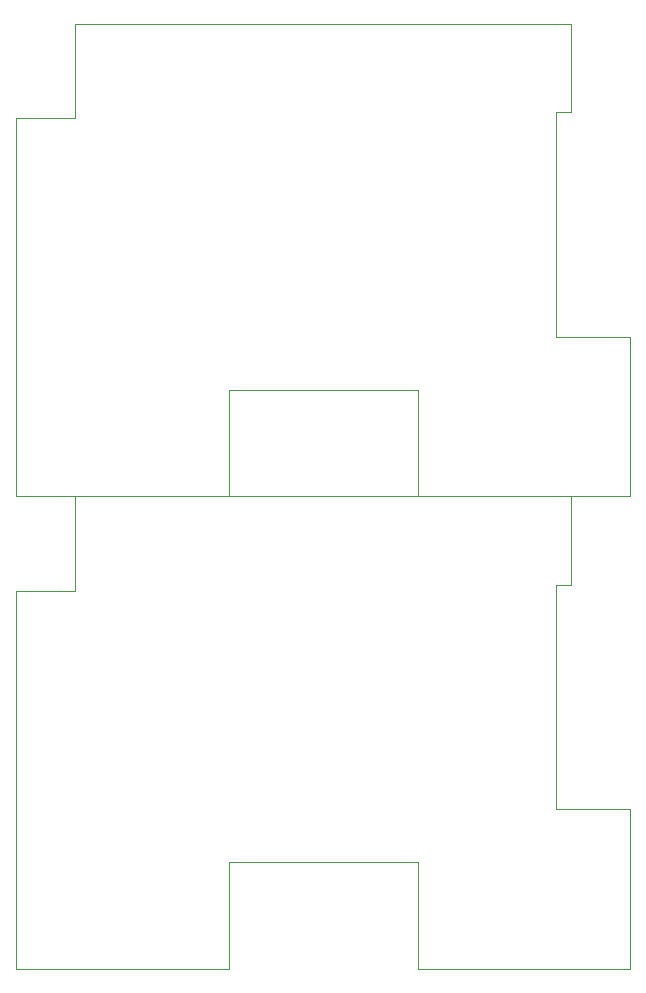
<source format=gbr>
%TF.GenerationSoftware,KiCad,Pcbnew,6.0.11-2627ca5db0~126~ubuntu20.04.1*%
%TF.CreationDate,2025-02-02T15:33:35-05:00*%
%TF.ProjectId,,58585858-5858-4585-9858-585858585858,rev?*%
%TF.SameCoordinates,Original*%
%TF.FileFunction,Profile,NP*%
%FSLAX46Y46*%
G04 Gerber Fmt 4.6, Leading zero omitted, Abs format (unit mm)*
G04 Created by KiCad (PCBNEW 6.0.11-2627ca5db0~126~ubuntu20.04.1) date 2025-02-02 15:33:35*
%MOMM*%
%LPD*%
G01*
G04 APERTURE LIST*
%TA.AperFunction,Profile*%
%ADD10C,0.100000*%
%TD*%
G04 APERTURE END LIST*
D10*
X114188000Y-125993000D02*
X132188000Y-125993000D01*
X98188000Y-116993000D02*
X114188000Y-116993000D01*
X132188000Y-125993000D02*
X132188000Y-112493000D01*
X80188000Y-125993000D02*
X98188000Y-125993000D01*
X98188000Y-125993000D02*
X98188000Y-116993000D01*
X85188000Y-85993000D02*
X127188000Y-85993000D01*
X114188000Y-125993000D02*
X114188000Y-116993000D01*
X127188000Y-93493000D02*
X125888000Y-93493000D01*
X85188000Y-93993000D02*
X85188000Y-85993000D01*
X125888000Y-93493000D02*
X125888000Y-112493000D01*
X80188000Y-93993000D02*
X85188000Y-93993000D01*
X80188000Y-125993000D02*
X80188000Y-93993000D01*
X125888000Y-112493000D02*
X132188000Y-112493000D01*
X127188000Y-93493000D02*
X127188000Y-85993000D01*
X80188000Y-85993000D02*
X98188000Y-85993000D01*
X98188000Y-76993000D02*
X114188000Y-76993000D01*
X132188000Y-85993000D02*
X132188000Y-72493000D01*
X98188000Y-85993000D02*
X98188000Y-76993000D01*
X114188000Y-85993000D02*
X132188000Y-85993000D01*
X127188000Y-53493000D02*
X127188000Y-45993000D01*
X125888000Y-72493000D02*
X132188000Y-72493000D01*
X80188000Y-85993000D02*
X80188000Y-53993000D01*
X80188000Y-53993000D02*
X85188000Y-53993000D01*
X125888000Y-53493000D02*
X125888000Y-72493000D01*
X85188000Y-53993000D02*
X85188000Y-45993000D01*
X127188000Y-53493000D02*
X125888000Y-53493000D01*
X114188000Y-85993000D02*
X114188000Y-76993000D01*
X85188000Y-45993000D02*
X127188000Y-45993000D01*
M02*

</source>
